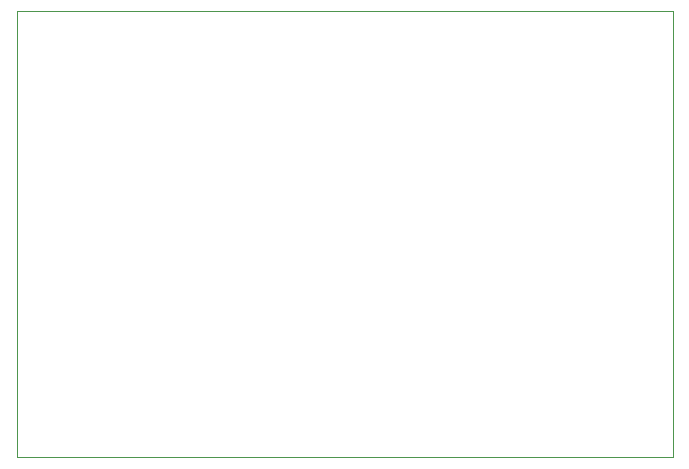
<source format=gbr>
%TF.GenerationSoftware,KiCad,Pcbnew,5.99.0-unknown-5a832fc337~130~ubuntu20.04.1*%
%TF.CreationDate,2021-06-20T17:00:02+02:00*%
%TF.ProjectId,LED-Treiber,4c45442d-5472-4656-9962-65722e6b6963,rev?*%
%TF.SameCoordinates,Original*%
%TF.FileFunction,Profile,NP*%
%FSLAX46Y46*%
G04 Gerber Fmt 4.6, Leading zero omitted, Abs format (unit mm)*
G04 Created by KiCad (PCBNEW 5.99.0-unknown-5a832fc337~130~ubuntu20.04.1) date 2021-06-20 17:00:02*
%MOMM*%
%LPD*%
G01*
G04 APERTURE LIST*
%TA.AperFunction,Profile*%
%ADD10C,0.100000*%
%TD*%
G04 APERTURE END LIST*
D10*
X166000000Y-56465000D02*
X110500000Y-56465000D01*
X110500000Y-56465000D02*
X110500000Y-94215000D01*
X110500000Y-94215000D02*
X166000000Y-94215000D01*
X166000000Y-94215000D02*
X166000000Y-56465000D01*
M02*

</source>
